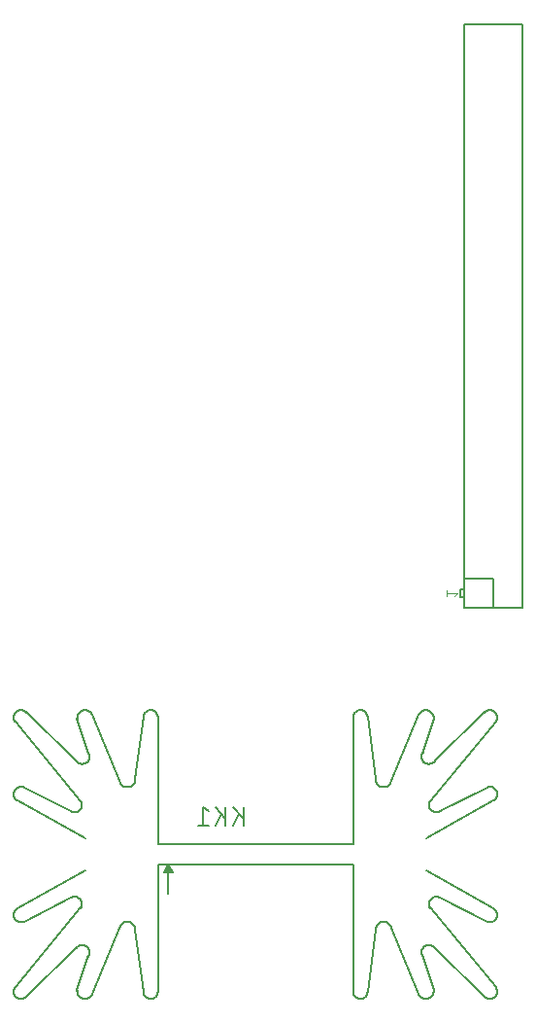
<source format=gbr>
G04 EAGLE Gerber RS-274X export*
G75*
%MOMM*%
%FSLAX34Y34*%
%LPD*%
%INSilkscreen Bottom*%
%IPPOS*%
%AMOC8*
5,1,8,0,0,1.08239X$1,22.5*%
G01*
%ADD10C,0.127000*%
%ADD11C,0.101600*%
%ADD12C,0.152400*%
%ADD13C,0.177800*%


D10*
X550400Y350400D02*
X525000Y350400D01*
X499600Y350400D01*
X499600Y359925D01*
X499600Y366275D01*
X499600Y375800D01*
X499600Y858400D01*
X550400Y858400D01*
X550400Y350400D01*
X525000Y350400D02*
X525000Y375800D01*
X499600Y375800D01*
X499600Y359925D02*
X496425Y359925D01*
X496425Y366275D01*
X499600Y366275D01*
D11*
X493377Y362973D02*
X491345Y360433D01*
X493377Y362973D02*
X484233Y362973D01*
X484233Y360433D02*
X484233Y365513D01*
D12*
X415290Y16510D02*
X415288Y16352D01*
X415282Y16193D01*
X415272Y16035D01*
X415258Y15878D01*
X415241Y15720D01*
X415219Y15564D01*
X415194Y15407D01*
X415164Y15252D01*
X415131Y15097D01*
X415094Y14943D01*
X415053Y14790D01*
X415008Y14638D01*
X414959Y14488D01*
X414907Y14338D01*
X414851Y14190D01*
X414791Y14043D01*
X414728Y13898D01*
X414661Y13755D01*
X414591Y13613D01*
X414517Y13473D01*
X414439Y13335D01*
X414358Y13199D01*
X414274Y13065D01*
X414187Y12933D01*
X414096Y12803D01*
X414002Y12676D01*
X413905Y12551D01*
X413804Y12428D01*
X413701Y12308D01*
X413595Y12191D01*
X413486Y12076D01*
X413374Y11964D01*
X413259Y11855D01*
X413142Y11749D01*
X413022Y11646D01*
X412899Y11545D01*
X412774Y11448D01*
X412647Y11354D01*
X412517Y11263D01*
X412385Y11176D01*
X412251Y11092D01*
X412115Y11011D01*
X411977Y10933D01*
X411837Y10859D01*
X411695Y10789D01*
X411552Y10722D01*
X411407Y10659D01*
X411260Y10599D01*
X411112Y10543D01*
X410962Y10491D01*
X410812Y10442D01*
X410660Y10397D01*
X410507Y10356D01*
X410353Y10319D01*
X410198Y10286D01*
X410043Y10256D01*
X409886Y10231D01*
X409730Y10209D01*
X409572Y10192D01*
X409415Y10178D01*
X409257Y10168D01*
X409098Y10162D01*
X408940Y10160D01*
X408782Y10162D01*
X408623Y10168D01*
X408465Y10178D01*
X408308Y10192D01*
X408150Y10209D01*
X407994Y10231D01*
X407837Y10256D01*
X407682Y10286D01*
X407527Y10319D01*
X407373Y10356D01*
X407220Y10397D01*
X407068Y10442D01*
X406918Y10491D01*
X406768Y10543D01*
X406620Y10599D01*
X406473Y10659D01*
X406328Y10722D01*
X406185Y10789D01*
X406043Y10859D01*
X405903Y10933D01*
X405765Y11011D01*
X405629Y11092D01*
X405495Y11176D01*
X405363Y11263D01*
X405233Y11354D01*
X405106Y11448D01*
X404981Y11545D01*
X404858Y11646D01*
X404738Y11749D01*
X404621Y11855D01*
X404506Y11964D01*
X404394Y12076D01*
X404285Y12191D01*
X404179Y12308D01*
X404076Y12428D01*
X403975Y12551D01*
X403878Y12676D01*
X403784Y12803D01*
X403693Y12933D01*
X403606Y13065D01*
X403522Y13199D01*
X403441Y13335D01*
X403363Y13473D01*
X403289Y13613D01*
X403219Y13755D01*
X403152Y13898D01*
X403089Y14043D01*
X403029Y14190D01*
X402973Y14338D01*
X402921Y14488D01*
X402872Y14638D01*
X402827Y14790D01*
X402786Y14943D01*
X402749Y15097D01*
X402716Y15252D01*
X402686Y15407D01*
X402661Y15564D01*
X402639Y15720D01*
X402622Y15878D01*
X402608Y16035D01*
X402598Y16193D01*
X402592Y16352D01*
X402590Y16510D01*
X516890Y12700D02*
X516987Y12575D01*
X517086Y12452D01*
X517189Y12331D01*
X517295Y12213D01*
X517403Y12098D01*
X517515Y11985D01*
X517629Y11876D01*
X517746Y11769D01*
X517865Y11665D01*
X517987Y11564D01*
X518112Y11467D01*
X518239Y11372D01*
X518368Y11280D01*
X518499Y11192D01*
X518633Y11107D01*
X518769Y11026D01*
X518907Y10948D01*
X519046Y10873D01*
X519188Y10802D01*
X519331Y10734D01*
X519476Y10670D01*
X519622Y10610D01*
X519770Y10553D01*
X519919Y10500D01*
X520069Y10451D01*
X520221Y10406D01*
X520374Y10364D01*
X520528Y10326D01*
X520682Y10292D01*
X520838Y10262D01*
X520994Y10236D01*
X521150Y10213D01*
X521308Y10195D01*
X521465Y10180D01*
X521623Y10169D01*
X521781Y10163D01*
X521940Y10160D01*
X522098Y10161D01*
X522256Y10166D01*
X522414Y10176D01*
X522572Y10189D01*
X522730Y10206D01*
X522886Y10226D01*
X523043Y10251D01*
X523199Y10280D01*
X523353Y10313D01*
X523508Y10349D01*
X523661Y10389D01*
X523813Y10433D01*
X523964Y10481D01*
X524113Y10533D01*
X524262Y10588D01*
X524409Y10647D01*
X524554Y10710D01*
X524698Y10776D01*
X524840Y10846D01*
X524980Y10919D01*
X525119Y10996D01*
X525255Y11076D01*
X525390Y11159D01*
X525522Y11246D01*
X525652Y11337D01*
X525780Y11430D01*
X525905Y11527D01*
X526028Y11626D01*
X526149Y11729D01*
X526267Y11835D01*
X526382Y11943D01*
X526495Y12055D01*
X526604Y12169D01*
X526711Y12286D01*
X526815Y12405D01*
X526916Y12527D01*
X527013Y12652D01*
X527108Y12779D01*
X527200Y12908D01*
X527288Y13039D01*
X527373Y13173D01*
X527454Y13309D01*
X527532Y13447D01*
X527607Y13586D01*
X527678Y13728D01*
X527746Y13871D01*
X527810Y14016D01*
X527870Y14162D01*
X527927Y14310D01*
X527980Y14459D01*
X528029Y14609D01*
X528074Y14761D01*
X528116Y14914D01*
X528154Y15068D01*
X528188Y15222D01*
X528218Y15378D01*
X528244Y15534D01*
X528267Y15690D01*
X528285Y15848D01*
X528300Y16005D01*
X528311Y16163D01*
X528317Y16321D01*
X528320Y16480D01*
X528319Y16638D01*
X528314Y16796D01*
X528304Y16954D01*
X528291Y17112D01*
X528274Y17270D01*
X528254Y17426D01*
X528229Y17583D01*
X528200Y17739D01*
X528167Y17893D01*
X528131Y18048D01*
X528091Y18201D01*
X528047Y18353D01*
X527999Y18504D01*
X527947Y18653D01*
X527892Y18802D01*
X527833Y18949D01*
X527770Y19094D01*
X527704Y19238D01*
X527634Y19380D01*
X527561Y19520D01*
X527484Y19659D01*
X527404Y19795D01*
X527321Y19930D01*
X527234Y20062D01*
X527143Y20192D01*
X527050Y20320D01*
X472834Y18142D02*
X472859Y17977D01*
X472881Y17812D01*
X472898Y17646D01*
X472911Y17480D01*
X472921Y17313D01*
X472926Y17147D01*
X472927Y16980D01*
X472924Y16813D01*
X472917Y16647D01*
X472906Y16480D01*
X472891Y16314D01*
X472872Y16149D01*
X472848Y15983D01*
X472821Y15819D01*
X472790Y15655D01*
X472755Y15492D01*
X472715Y15330D01*
X472672Y15169D01*
X472625Y15009D01*
X472574Y14850D01*
X472520Y14693D01*
X472461Y14537D01*
X472399Y14382D01*
X472332Y14229D01*
X472263Y14078D01*
X472189Y13928D01*
X472112Y13780D01*
X472031Y13634D01*
X471947Y13490D01*
X471859Y13349D01*
X471768Y13209D01*
X471673Y13072D01*
X471575Y12937D01*
X471474Y12804D01*
X471370Y12674D01*
X471263Y12547D01*
X471152Y12422D01*
X471038Y12300D01*
X470922Y12180D01*
X470802Y12064D01*
X470680Y11951D01*
X470555Y11840D01*
X470428Y11733D01*
X470298Y11629D01*
X470165Y11528D01*
X470030Y11430D01*
X469893Y11335D01*
X469753Y11244D01*
X469611Y11157D01*
X469467Y11073D01*
X469321Y10992D01*
X469173Y10915D01*
X469023Y10842D01*
X468872Y10772D01*
X468719Y10706D01*
X468564Y10644D01*
X468408Y10585D01*
X468250Y10531D01*
X468092Y10480D01*
X467932Y10433D01*
X467771Y10390D01*
X467608Y10351D01*
X467445Y10316D01*
X467282Y10285D01*
X467117Y10258D01*
X466952Y10235D01*
X466786Y10216D01*
X466620Y10201D01*
X466454Y10190D01*
X466287Y10183D01*
X466121Y10180D01*
X465954Y10181D01*
X465787Y10187D01*
X465621Y10196D01*
X465454Y10210D01*
X465289Y10227D01*
X465123Y10249D01*
X464959Y10274D01*
X464794Y10304D01*
X464631Y10337D01*
X464469Y10375D01*
X464307Y10416D01*
X464147Y10462D01*
X463987Y10511D01*
X463829Y10564D01*
X463673Y10621D01*
X463518Y10682D01*
X463364Y10747D01*
X463212Y10815D01*
X463061Y10887D01*
X462913Y10962D01*
X462766Y11042D01*
X462621Y11125D01*
X462479Y11211D01*
X462338Y11301D01*
X462200Y11394D01*
X462064Y11490D01*
X461930Y11590D01*
X461799Y11693D01*
X461671Y11799D01*
X461545Y11908D01*
X461421Y12021D01*
X461301Y12136D01*
X461183Y12254D01*
X461069Y12375D01*
X460957Y12499D01*
X460848Y12626D01*
X460743Y12755D01*
X460640Y12886D01*
X460541Y13020D01*
X460445Y13157D01*
X460353Y13296D01*
X460264Y13437D01*
X460178Y13580D01*
X460096Y13725D01*
X460018Y13872D01*
X459943Y14021D01*
X459872Y14172D01*
X459804Y14324D01*
X459740Y14478D01*
X519430Y77470D02*
X519577Y77409D01*
X519725Y77351D01*
X519875Y77296D01*
X520026Y77246D01*
X520178Y77199D01*
X520332Y77156D01*
X520486Y77117D01*
X520641Y77082D01*
X520798Y77051D01*
X520955Y77023D01*
X521112Y77000D01*
X521270Y76981D01*
X521429Y76965D01*
X521588Y76953D01*
X521747Y76946D01*
X521906Y76942D01*
X522065Y76943D01*
X522224Y76947D01*
X522383Y76955D01*
X522542Y76968D01*
X522701Y76984D01*
X522859Y77004D01*
X523016Y77028D01*
X523173Y77057D01*
X523329Y77089D01*
X523484Y77124D01*
X523638Y77164D01*
X523791Y77208D01*
X523943Y77255D01*
X524094Y77307D01*
X524244Y77362D01*
X524392Y77420D01*
X524538Y77483D01*
X524683Y77549D01*
X524826Y77618D01*
X524968Y77691D01*
X525107Y77768D01*
X525245Y77848D01*
X525381Y77932D01*
X525514Y78019D01*
X525645Y78109D01*
X525774Y78203D01*
X525901Y78299D01*
X526025Y78399D01*
X526147Y78502D01*
X526265Y78608D01*
X526382Y78717D01*
X526495Y78828D01*
X526606Y78943D01*
X526714Y79060D01*
X526819Y79180D01*
X526920Y79303D01*
X527019Y79428D01*
X527115Y79555D01*
X527207Y79685D01*
X527296Y79817D01*
X527382Y79951D01*
X527464Y80087D01*
X527543Y80226D01*
X527618Y80366D01*
X527690Y80508D01*
X527759Y80652D01*
X527823Y80797D01*
X527884Y80945D01*
X527942Y81093D01*
X527995Y81243D01*
X528045Y81394D01*
X528091Y81547D01*
X528134Y81700D01*
X528172Y81855D01*
X528206Y82010D01*
X528237Y82167D01*
X528264Y82324D01*
X528286Y82481D01*
X528305Y82640D01*
X528320Y82798D01*
X528331Y82957D01*
X528338Y83116D01*
X528341Y83275D01*
X528340Y83435D01*
X528335Y83594D01*
X528326Y83753D01*
X528313Y83912D01*
X528296Y84070D01*
X528275Y84228D01*
X528250Y84385D01*
X528221Y84542D01*
X528189Y84698D01*
X528152Y84853D01*
X528112Y85007D01*
X528067Y85160D01*
X528019Y85312D01*
X527968Y85462D01*
X527912Y85611D01*
X527853Y85759D01*
X527790Y85906D01*
X527723Y86050D01*
X527653Y86193D01*
X527579Y86334D01*
X527502Y86474D01*
X527421Y86611D01*
X527337Y86746D01*
X527249Y86879D01*
X527159Y87010D01*
X527065Y87139D01*
X526967Y87265D01*
X526867Y87388D01*
X526764Y87510D01*
X526657Y87628D01*
X526548Y87744D01*
X526436Y87857D01*
X526321Y87967D01*
X526203Y88074D01*
X526083Y88179D01*
X525960Y88280D01*
X525834Y88378D01*
X525707Y88473D01*
X525576Y88565D01*
X525444Y88654D01*
X525309Y88739D01*
X525173Y88820D01*
X525034Y88899D01*
X524893Y88974D01*
X524751Y89045D01*
X524607Y89113D01*
X402590Y127000D02*
X402590Y16510D01*
X463042Y48006D02*
X472948Y17780D01*
X415290Y16002D02*
X422402Y70104D01*
X478282Y98298D02*
X519430Y77470D01*
X435356Y73660D02*
X459740Y14478D01*
X472948Y55372D02*
X517398Y12192D01*
X527050Y20066D02*
X469900Y89408D01*
X402590Y144780D02*
X232410Y144780D01*
X466090Y121920D02*
X524764Y88900D01*
X435610Y73152D02*
X435546Y73306D01*
X435478Y73459D01*
X435407Y73609D01*
X435332Y73758D01*
X435254Y73905D01*
X435172Y74051D01*
X435086Y74194D01*
X434997Y74335D01*
X434905Y74473D01*
X434809Y74610D01*
X434710Y74744D01*
X434607Y74876D01*
X434502Y75005D01*
X434393Y75131D01*
X434281Y75255D01*
X434167Y75376D01*
X434049Y75494D01*
X433929Y75610D01*
X433805Y75722D01*
X433679Y75831D01*
X433551Y75938D01*
X433420Y76041D01*
X433286Y76140D01*
X433150Y76237D01*
X433012Y76330D01*
X432871Y76420D01*
X432729Y76506D01*
X432584Y76589D01*
X432437Y76668D01*
X432288Y76744D01*
X432138Y76816D01*
X431986Y76884D01*
X431832Y76949D01*
X431677Y77010D01*
X431520Y77067D01*
X431362Y77120D01*
X431203Y77169D01*
X431042Y77215D01*
X430881Y77256D01*
X430718Y77294D01*
X430555Y77327D01*
X430391Y77357D01*
X430226Y77382D01*
X430061Y77404D01*
X429895Y77421D01*
X429729Y77435D01*
X429562Y77444D01*
X429395Y77450D01*
X429229Y77451D01*
X429062Y77448D01*
X428895Y77441D01*
X428729Y77430D01*
X428563Y77415D01*
X428397Y77396D01*
X428232Y77373D01*
X428067Y77346D01*
X427904Y77315D01*
X427741Y77280D01*
X427578Y77241D01*
X427417Y77198D01*
X427257Y77151D01*
X427098Y77100D01*
X426941Y77046D01*
X426785Y76987D01*
X426630Y76925D01*
X426477Y76859D01*
X426325Y76789D01*
X426176Y76716D01*
X426028Y76639D01*
X425882Y76558D01*
X425738Y76474D01*
X425596Y76387D01*
X425456Y76296D01*
X425319Y76201D01*
X425184Y76103D01*
X425051Y76002D01*
X424921Y75898D01*
X424793Y75791D01*
X424668Y75680D01*
X424546Y75567D01*
X424427Y75450D01*
X424310Y75331D01*
X424196Y75209D01*
X424086Y75084D01*
X423978Y74957D01*
X423874Y74827D01*
X423773Y74694D01*
X423675Y74559D01*
X423580Y74422D01*
X423489Y74282D01*
X423401Y74140D01*
X423317Y73996D01*
X423236Y73850D01*
X423159Y73703D01*
X423086Y73553D01*
X423016Y73402D01*
X422950Y73248D01*
X422887Y73094D01*
X422829Y72938D01*
X422774Y72780D01*
X422723Y72621D01*
X422676Y72461D01*
X422633Y72300D01*
X422593Y72138D01*
X422558Y71975D01*
X422527Y71811D01*
X422500Y71647D01*
X422477Y71482D01*
X422457Y71316D01*
X422442Y71150D01*
X422431Y70984D01*
X422424Y70817D01*
X422421Y70650D01*
X422422Y70484D01*
X422427Y70317D01*
X422437Y70150D01*
X422450Y69984D01*
X422467Y69818D01*
X422489Y69653D01*
X422514Y69488D01*
X463550Y46990D02*
X463457Y47118D01*
X463366Y47248D01*
X463279Y47380D01*
X463196Y47515D01*
X463116Y47651D01*
X463039Y47790D01*
X462966Y47930D01*
X462896Y48072D01*
X462830Y48216D01*
X462767Y48361D01*
X462708Y48508D01*
X462653Y48657D01*
X462601Y48806D01*
X462553Y48957D01*
X462509Y49109D01*
X462469Y49262D01*
X462433Y49417D01*
X462400Y49571D01*
X462371Y49727D01*
X462346Y49884D01*
X462326Y50040D01*
X462309Y50198D01*
X462296Y50356D01*
X462286Y50514D01*
X462281Y50672D01*
X462280Y50830D01*
X462283Y50989D01*
X462289Y51147D01*
X462300Y51305D01*
X462315Y51462D01*
X462333Y51620D01*
X462356Y51776D01*
X462382Y51932D01*
X462412Y52088D01*
X462446Y52242D01*
X462484Y52396D01*
X462526Y52549D01*
X462571Y52701D01*
X462620Y52851D01*
X462673Y53000D01*
X462730Y53148D01*
X462790Y53294D01*
X462854Y53439D01*
X462922Y53582D01*
X462993Y53724D01*
X463068Y53863D01*
X463146Y54001D01*
X463227Y54137D01*
X463312Y54271D01*
X463400Y54402D01*
X463492Y54531D01*
X463587Y54658D01*
X463684Y54783D01*
X463785Y54905D01*
X463889Y55024D01*
X463996Y55141D01*
X464105Y55255D01*
X464218Y55367D01*
X464333Y55475D01*
X464451Y55581D01*
X464572Y55684D01*
X464695Y55783D01*
X464820Y55880D01*
X464948Y55973D01*
X465078Y56064D01*
X465210Y56151D01*
X465345Y56234D01*
X465481Y56314D01*
X465620Y56391D01*
X465760Y56464D01*
X465902Y56534D01*
X466046Y56600D01*
X466191Y56663D01*
X466338Y56722D01*
X466487Y56777D01*
X466636Y56829D01*
X466787Y56877D01*
X466939Y56921D01*
X467092Y56961D01*
X467247Y56997D01*
X467401Y57030D01*
X467557Y57059D01*
X467714Y57084D01*
X467870Y57104D01*
X468028Y57121D01*
X468186Y57134D01*
X468344Y57144D01*
X468502Y57149D01*
X468660Y57150D01*
X468819Y57147D01*
X468977Y57141D01*
X469135Y57130D01*
X469292Y57115D01*
X469450Y57097D01*
X469606Y57074D01*
X469762Y57048D01*
X469918Y57018D01*
X470072Y56984D01*
X470226Y56946D01*
X470379Y56904D01*
X470531Y56859D01*
X470681Y56810D01*
X470830Y56757D01*
X470978Y56700D01*
X471124Y56640D01*
X471269Y56576D01*
X471412Y56508D01*
X471554Y56437D01*
X471693Y56362D01*
X471831Y56284D01*
X471967Y56203D01*
X472101Y56118D01*
X472232Y56030D01*
X472361Y55938D01*
X472488Y55843D01*
X472613Y55746D01*
X472735Y55645D01*
X472854Y55541D01*
X472971Y55434D01*
X473085Y55325D01*
X473197Y55212D01*
X473305Y55097D01*
X473411Y54979D01*
X473514Y54858D01*
X473613Y54735D01*
X473710Y54610D01*
X469900Y89154D02*
X469813Y89287D01*
X469730Y89423D01*
X469650Y89561D01*
X469573Y89700D01*
X469500Y89842D01*
X469431Y89985D01*
X469365Y90130D01*
X469303Y90277D01*
X469244Y90425D01*
X469189Y90574D01*
X469138Y90725D01*
X469090Y90877D01*
X469047Y91030D01*
X469007Y91185D01*
X468971Y91340D01*
X468939Y91496D01*
X468911Y91653D01*
X468886Y91810D01*
X468866Y91968D01*
X468850Y92126D01*
X468837Y92285D01*
X468829Y92444D01*
X468824Y92603D01*
X468823Y92762D01*
X468826Y92922D01*
X468834Y93081D01*
X468845Y93240D01*
X468860Y93398D01*
X468879Y93556D01*
X468902Y93714D01*
X468929Y93871D01*
X468960Y94027D01*
X468994Y94183D01*
X469033Y94337D01*
X469075Y94491D01*
X469121Y94643D01*
X469171Y94794D01*
X469225Y94944D01*
X469282Y95093D01*
X469343Y95240D01*
X469408Y95385D01*
X469476Y95529D01*
X469548Y95671D01*
X469623Y95812D01*
X469702Y95950D01*
X469784Y96087D01*
X469870Y96221D01*
X469959Y96353D01*
X470051Y96483D01*
X470146Y96611D01*
X470244Y96736D01*
X470346Y96859D01*
X470450Y96979D01*
X470558Y97096D01*
X470668Y97211D01*
X470781Y97323D01*
X470897Y97432D01*
X471016Y97538D01*
X471137Y97642D01*
X471261Y97742D01*
X471387Y97839D01*
X471516Y97933D01*
X471647Y98024D01*
X471780Y98111D01*
X471915Y98195D01*
X472052Y98276D01*
X472191Y98354D01*
X472332Y98427D01*
X472475Y98498D01*
X472620Y98565D01*
X472766Y98628D01*
X472914Y98687D01*
X473063Y98743D01*
X473214Y98795D01*
X473365Y98843D01*
X473518Y98888D01*
X473672Y98929D01*
X473827Y98966D01*
X473983Y98999D01*
X474139Y99028D01*
X474297Y99053D01*
X474454Y99074D01*
X474613Y99092D01*
X474771Y99105D01*
X474930Y99115D01*
X475090Y99120D01*
X475249Y99122D01*
X475408Y99120D01*
X475567Y99113D01*
X475726Y99103D01*
X475885Y99089D01*
X476043Y99071D01*
X476201Y99049D01*
X476358Y99023D01*
X476514Y98993D01*
X476670Y98959D01*
X476825Y98922D01*
X476978Y98880D01*
X477131Y98835D01*
X477283Y98786D01*
X477433Y98734D01*
X477582Y98677D01*
X477729Y98617D01*
X477875Y98553D01*
X478020Y98486D01*
X478162Y98415D01*
X478303Y98340D01*
X478442Y98263D01*
X478579Y98181D01*
X478714Y98096D01*
X478846Y98008D01*
X232410Y255270D02*
X232408Y255428D01*
X232402Y255587D01*
X232392Y255745D01*
X232378Y255902D01*
X232361Y256060D01*
X232339Y256216D01*
X232314Y256373D01*
X232284Y256528D01*
X232251Y256683D01*
X232214Y256837D01*
X232173Y256990D01*
X232128Y257142D01*
X232079Y257292D01*
X232027Y257442D01*
X231971Y257590D01*
X231911Y257737D01*
X231848Y257882D01*
X231781Y258025D01*
X231711Y258167D01*
X231637Y258307D01*
X231559Y258445D01*
X231478Y258581D01*
X231394Y258715D01*
X231307Y258847D01*
X231216Y258977D01*
X231122Y259104D01*
X231025Y259229D01*
X230924Y259352D01*
X230821Y259472D01*
X230715Y259589D01*
X230606Y259704D01*
X230494Y259816D01*
X230379Y259925D01*
X230262Y260031D01*
X230142Y260134D01*
X230019Y260235D01*
X229894Y260332D01*
X229767Y260426D01*
X229637Y260517D01*
X229505Y260604D01*
X229371Y260688D01*
X229235Y260769D01*
X229097Y260847D01*
X228957Y260921D01*
X228815Y260991D01*
X228672Y261058D01*
X228527Y261121D01*
X228380Y261181D01*
X228232Y261237D01*
X228082Y261289D01*
X227932Y261338D01*
X227780Y261383D01*
X227627Y261424D01*
X227473Y261461D01*
X227318Y261494D01*
X227163Y261524D01*
X227006Y261549D01*
X226850Y261571D01*
X226692Y261588D01*
X226535Y261602D01*
X226377Y261612D01*
X226218Y261618D01*
X226060Y261620D01*
X225902Y261618D01*
X225743Y261612D01*
X225585Y261602D01*
X225428Y261588D01*
X225270Y261571D01*
X225114Y261549D01*
X224957Y261524D01*
X224802Y261494D01*
X224647Y261461D01*
X224493Y261424D01*
X224340Y261383D01*
X224188Y261338D01*
X224038Y261289D01*
X223888Y261237D01*
X223740Y261181D01*
X223593Y261121D01*
X223448Y261058D01*
X223305Y260991D01*
X223163Y260921D01*
X223023Y260847D01*
X222885Y260769D01*
X222749Y260688D01*
X222615Y260604D01*
X222483Y260517D01*
X222353Y260426D01*
X222226Y260332D01*
X222101Y260235D01*
X221978Y260134D01*
X221858Y260031D01*
X221741Y259925D01*
X221626Y259816D01*
X221514Y259704D01*
X221405Y259589D01*
X221299Y259472D01*
X221196Y259352D01*
X221095Y259229D01*
X220998Y259104D01*
X220904Y258977D01*
X220813Y258847D01*
X220726Y258715D01*
X220642Y258581D01*
X220561Y258445D01*
X220483Y258307D01*
X220409Y258167D01*
X220339Y258025D01*
X220272Y257882D01*
X220209Y257737D01*
X220149Y257590D01*
X220093Y257442D01*
X220041Y257292D01*
X219992Y257142D01*
X219947Y256990D01*
X219906Y256837D01*
X219869Y256683D01*
X219836Y256528D01*
X219806Y256373D01*
X219781Y256216D01*
X219759Y256060D01*
X219742Y255902D01*
X219728Y255745D01*
X219718Y255587D01*
X219712Y255428D01*
X219710Y255270D01*
X118110Y259080D02*
X118013Y259205D01*
X117914Y259328D01*
X117811Y259449D01*
X117705Y259567D01*
X117597Y259682D01*
X117485Y259795D01*
X117371Y259904D01*
X117254Y260011D01*
X117135Y260115D01*
X117013Y260216D01*
X116888Y260313D01*
X116761Y260408D01*
X116632Y260500D01*
X116501Y260588D01*
X116367Y260673D01*
X116231Y260754D01*
X116093Y260832D01*
X115954Y260907D01*
X115812Y260978D01*
X115669Y261046D01*
X115524Y261110D01*
X115378Y261170D01*
X115230Y261227D01*
X115081Y261280D01*
X114931Y261329D01*
X114779Y261374D01*
X114626Y261416D01*
X114472Y261454D01*
X114318Y261488D01*
X114162Y261518D01*
X114006Y261544D01*
X113850Y261567D01*
X113692Y261585D01*
X113535Y261600D01*
X113377Y261611D01*
X113219Y261617D01*
X113060Y261620D01*
X112902Y261619D01*
X112744Y261614D01*
X112586Y261604D01*
X112428Y261591D01*
X112270Y261574D01*
X112114Y261554D01*
X111957Y261529D01*
X111801Y261500D01*
X111647Y261467D01*
X111492Y261431D01*
X111339Y261391D01*
X111187Y261347D01*
X111036Y261299D01*
X110887Y261247D01*
X110738Y261192D01*
X110591Y261133D01*
X110446Y261070D01*
X110302Y261004D01*
X110160Y260934D01*
X110020Y260861D01*
X109881Y260784D01*
X109745Y260704D01*
X109610Y260621D01*
X109478Y260534D01*
X109348Y260443D01*
X109220Y260350D01*
X109095Y260253D01*
X108972Y260154D01*
X108851Y260051D01*
X108733Y259945D01*
X108618Y259837D01*
X108505Y259725D01*
X108396Y259611D01*
X108289Y259494D01*
X108185Y259375D01*
X108084Y259253D01*
X107987Y259128D01*
X107892Y259001D01*
X107800Y258872D01*
X107712Y258741D01*
X107627Y258607D01*
X107546Y258471D01*
X107468Y258333D01*
X107393Y258194D01*
X107322Y258052D01*
X107254Y257909D01*
X107190Y257764D01*
X107130Y257618D01*
X107073Y257470D01*
X107020Y257321D01*
X106971Y257171D01*
X106926Y257019D01*
X106884Y256866D01*
X106846Y256712D01*
X106812Y256558D01*
X106782Y256402D01*
X106756Y256246D01*
X106733Y256090D01*
X106715Y255932D01*
X106700Y255775D01*
X106689Y255617D01*
X106683Y255459D01*
X106680Y255300D01*
X106681Y255142D01*
X106686Y254984D01*
X106696Y254826D01*
X106709Y254668D01*
X106726Y254510D01*
X106746Y254354D01*
X106771Y254197D01*
X106800Y254041D01*
X106833Y253887D01*
X106869Y253732D01*
X106909Y253579D01*
X106953Y253427D01*
X107001Y253276D01*
X107053Y253127D01*
X107108Y252978D01*
X107167Y252831D01*
X107230Y252686D01*
X107296Y252542D01*
X107366Y252400D01*
X107439Y252260D01*
X107516Y252121D01*
X107596Y251985D01*
X107679Y251850D01*
X107766Y251718D01*
X107857Y251588D01*
X107950Y251460D01*
X162164Y253638D02*
X162139Y253803D01*
X162117Y253968D01*
X162100Y254134D01*
X162087Y254300D01*
X162077Y254467D01*
X162072Y254634D01*
X162071Y254800D01*
X162074Y254967D01*
X162081Y255134D01*
X162092Y255300D01*
X162107Y255466D01*
X162127Y255632D01*
X162150Y255797D01*
X162177Y255962D01*
X162208Y256126D01*
X162244Y256289D01*
X162283Y256451D01*
X162326Y256612D01*
X162373Y256772D01*
X162424Y256931D01*
X162479Y257088D01*
X162537Y257244D01*
X162600Y257399D01*
X162666Y257552D01*
X162736Y257703D01*
X162809Y257853D01*
X162886Y258001D01*
X162967Y258147D01*
X163052Y258291D01*
X163139Y258433D01*
X163231Y258572D01*
X163325Y258710D01*
X163423Y258845D01*
X163524Y258977D01*
X163629Y259107D01*
X163736Y259235D01*
X163847Y259360D01*
X163960Y259482D01*
X164077Y259601D01*
X164196Y259717D01*
X164318Y259831D01*
X164443Y259941D01*
X164571Y260049D01*
X164701Y260153D01*
X164834Y260254D01*
X164969Y260352D01*
X165106Y260446D01*
X165246Y260537D01*
X165388Y260625D01*
X165532Y260709D01*
X165678Y260790D01*
X165826Y260867D01*
X165976Y260940D01*
X166127Y261010D01*
X166280Y261076D01*
X166435Y261138D01*
X166591Y261197D01*
X166749Y261251D01*
X166908Y261302D01*
X167068Y261349D01*
X167229Y261392D01*
X167391Y261431D01*
X167554Y261466D01*
X167718Y261497D01*
X167883Y261524D01*
X168048Y261547D01*
X168214Y261566D01*
X168380Y261581D01*
X168546Y261592D01*
X168713Y261599D01*
X168879Y261602D01*
X169046Y261601D01*
X169213Y261595D01*
X169379Y261586D01*
X169546Y261572D01*
X169712Y261555D01*
X169877Y261533D01*
X170042Y261508D01*
X170206Y261478D01*
X170369Y261445D01*
X170532Y261407D01*
X170693Y261366D01*
X170854Y261320D01*
X171013Y261271D01*
X171171Y261218D01*
X171328Y261161D01*
X171483Y261100D01*
X171637Y261035D01*
X171789Y260967D01*
X171940Y260895D01*
X172088Y260819D01*
X172235Y260740D01*
X172380Y260657D01*
X172522Y260571D01*
X172663Y260481D01*
X172801Y260388D01*
X172937Y260291D01*
X173071Y260192D01*
X173202Y260089D01*
X173331Y259982D01*
X173457Y259873D01*
X173580Y259761D01*
X173700Y259645D01*
X173818Y259527D01*
X173933Y259406D01*
X174044Y259282D01*
X174153Y259156D01*
X174259Y259027D01*
X174361Y258895D01*
X174460Y258761D01*
X174556Y258624D01*
X174649Y258486D01*
X174738Y258345D01*
X174823Y258202D01*
X174905Y258056D01*
X174984Y257909D01*
X175059Y257760D01*
X175130Y257609D01*
X175198Y257457D01*
X175262Y257303D01*
X115569Y194308D02*
X115422Y194370D01*
X115274Y194428D01*
X115124Y194482D01*
X114973Y194532D01*
X114821Y194579D01*
X114668Y194622D01*
X114513Y194661D01*
X114358Y194696D01*
X114202Y194727D01*
X114045Y194755D01*
X113888Y194778D01*
X113729Y194797D01*
X113571Y194813D01*
X113412Y194825D01*
X113253Y194832D01*
X113094Y194836D01*
X112935Y194835D01*
X112776Y194831D01*
X112617Y194823D01*
X112458Y194810D01*
X112300Y194794D01*
X112142Y194774D01*
X111984Y194750D01*
X111828Y194721D01*
X111672Y194689D01*
X111516Y194654D01*
X111362Y194614D01*
X111209Y194570D01*
X111057Y194523D01*
X110906Y194472D01*
X110757Y194417D01*
X110609Y194358D01*
X110462Y194296D01*
X110318Y194230D01*
X110174Y194160D01*
X110033Y194087D01*
X109893Y194010D01*
X109756Y193930D01*
X109620Y193846D01*
X109487Y193759D01*
X109356Y193669D01*
X109227Y193576D01*
X109100Y193479D01*
X108976Y193379D01*
X108855Y193276D01*
X108736Y193171D01*
X108620Y193062D01*
X108506Y192950D01*
X108395Y192836D01*
X108288Y192718D01*
X108183Y192599D01*
X108081Y192476D01*
X107982Y192351D01*
X107887Y192224D01*
X107795Y192094D01*
X107706Y191962D01*
X107620Y191828D01*
X107538Y191692D01*
X107459Y191553D01*
X107383Y191413D01*
X107311Y191271D01*
X107243Y191127D01*
X107178Y190982D01*
X107117Y190835D01*
X107060Y190686D01*
X107006Y190536D01*
X106957Y190385D01*
X106911Y190232D01*
X106868Y190079D01*
X106830Y189924D01*
X106796Y189769D01*
X106765Y189613D01*
X106738Y189456D01*
X106715Y189298D01*
X106697Y189140D01*
X106682Y188982D01*
X106671Y188823D01*
X106664Y188664D01*
X106661Y188504D01*
X106662Y188345D01*
X106667Y188186D01*
X106676Y188027D01*
X106689Y187868D01*
X106706Y187710D01*
X106727Y187552D01*
X106752Y187395D01*
X106781Y187238D01*
X106813Y187083D01*
X106850Y186928D01*
X106890Y186774D01*
X106934Y186621D01*
X106983Y186469D01*
X107034Y186318D01*
X107090Y186169D01*
X107149Y186021D01*
X107212Y185875D01*
X107279Y185731D01*
X107349Y185588D01*
X107423Y185447D01*
X107500Y185307D01*
X107581Y185170D01*
X107665Y185035D01*
X107752Y184902D01*
X107843Y184771D01*
X107937Y184643D01*
X108034Y184516D01*
X108135Y184393D01*
X108238Y184272D01*
X108344Y184153D01*
X108454Y184037D01*
X108566Y183924D01*
X108681Y183814D01*
X108798Y183707D01*
X108919Y183603D01*
X109042Y183501D01*
X109167Y183403D01*
X109295Y183308D01*
X109425Y183217D01*
X109557Y183128D01*
X109692Y183043D01*
X109828Y182961D01*
X109967Y182883D01*
X110108Y182808D01*
X110250Y182737D01*
X110394Y182669D01*
X232410Y144780D02*
X232410Y255270D01*
X171958Y223774D02*
X162052Y254000D01*
X219710Y255778D02*
X212598Y201676D01*
X156718Y173482D02*
X115570Y194310D01*
X199644Y198120D02*
X175260Y257302D01*
X162052Y216408D02*
X117602Y259588D01*
X107950Y251714D02*
X165100Y182372D01*
X168910Y149860D02*
X110236Y182880D01*
X199390Y198628D02*
X199454Y198474D01*
X199522Y198321D01*
X199593Y198171D01*
X199668Y198022D01*
X199746Y197875D01*
X199828Y197729D01*
X199914Y197586D01*
X200003Y197445D01*
X200095Y197307D01*
X200191Y197170D01*
X200290Y197036D01*
X200393Y196904D01*
X200498Y196775D01*
X200607Y196649D01*
X200719Y196525D01*
X200833Y196404D01*
X200951Y196286D01*
X201071Y196170D01*
X201195Y196058D01*
X201321Y195949D01*
X201449Y195842D01*
X201580Y195739D01*
X201714Y195640D01*
X201850Y195543D01*
X201988Y195450D01*
X202129Y195360D01*
X202271Y195274D01*
X202416Y195191D01*
X202563Y195112D01*
X202712Y195036D01*
X202862Y194964D01*
X203014Y194896D01*
X203168Y194831D01*
X203323Y194770D01*
X203480Y194713D01*
X203638Y194660D01*
X203797Y194611D01*
X203958Y194565D01*
X204119Y194524D01*
X204282Y194486D01*
X204445Y194453D01*
X204609Y194423D01*
X204774Y194398D01*
X204939Y194376D01*
X205105Y194359D01*
X205271Y194345D01*
X205438Y194336D01*
X205605Y194330D01*
X205771Y194329D01*
X205938Y194332D01*
X206105Y194339D01*
X206271Y194350D01*
X206437Y194365D01*
X206603Y194384D01*
X206768Y194407D01*
X206933Y194434D01*
X207096Y194465D01*
X207259Y194500D01*
X207422Y194539D01*
X207583Y194582D01*
X207743Y194629D01*
X207902Y194680D01*
X208059Y194734D01*
X208215Y194793D01*
X208370Y194855D01*
X208523Y194921D01*
X208675Y194991D01*
X208824Y195064D01*
X208972Y195141D01*
X209118Y195222D01*
X209262Y195306D01*
X209404Y195393D01*
X209544Y195484D01*
X209681Y195579D01*
X209816Y195677D01*
X209949Y195778D01*
X210079Y195882D01*
X210207Y195989D01*
X210332Y196100D01*
X210454Y196213D01*
X210573Y196330D01*
X210690Y196449D01*
X210804Y196571D01*
X210914Y196696D01*
X211022Y196823D01*
X211126Y196953D01*
X211227Y197086D01*
X211325Y197221D01*
X211420Y197358D01*
X211511Y197498D01*
X211599Y197640D01*
X211683Y197784D01*
X211764Y197930D01*
X211841Y198077D01*
X211914Y198227D01*
X211984Y198378D01*
X212050Y198532D01*
X212113Y198686D01*
X212171Y198842D01*
X212226Y199000D01*
X212277Y199159D01*
X212324Y199319D01*
X212367Y199480D01*
X212407Y199642D01*
X212442Y199805D01*
X212473Y199969D01*
X212500Y200133D01*
X212523Y200298D01*
X212543Y200464D01*
X212558Y200630D01*
X212569Y200796D01*
X212576Y200963D01*
X212579Y201130D01*
X212578Y201296D01*
X212573Y201463D01*
X212563Y201630D01*
X212550Y201796D01*
X212533Y201962D01*
X212511Y202127D01*
X212486Y202292D01*
X171450Y224790D02*
X171543Y224662D01*
X171634Y224532D01*
X171721Y224400D01*
X171804Y224265D01*
X171884Y224129D01*
X171961Y223990D01*
X172034Y223850D01*
X172104Y223708D01*
X172170Y223564D01*
X172233Y223419D01*
X172292Y223272D01*
X172347Y223123D01*
X172399Y222974D01*
X172447Y222823D01*
X172491Y222671D01*
X172531Y222518D01*
X172567Y222363D01*
X172600Y222209D01*
X172629Y222053D01*
X172654Y221896D01*
X172674Y221740D01*
X172691Y221582D01*
X172704Y221424D01*
X172714Y221266D01*
X172719Y221108D01*
X172720Y220950D01*
X172717Y220791D01*
X172711Y220633D01*
X172700Y220475D01*
X172685Y220318D01*
X172667Y220160D01*
X172644Y220004D01*
X172618Y219848D01*
X172588Y219692D01*
X172554Y219538D01*
X172516Y219384D01*
X172474Y219231D01*
X172429Y219079D01*
X172380Y218929D01*
X172327Y218780D01*
X172270Y218632D01*
X172210Y218486D01*
X172146Y218341D01*
X172078Y218198D01*
X172007Y218056D01*
X171932Y217917D01*
X171854Y217779D01*
X171773Y217643D01*
X171688Y217509D01*
X171600Y217378D01*
X171508Y217249D01*
X171413Y217122D01*
X171316Y216997D01*
X171215Y216875D01*
X171111Y216756D01*
X171004Y216639D01*
X170895Y216525D01*
X170782Y216413D01*
X170667Y216305D01*
X170549Y216199D01*
X170428Y216096D01*
X170305Y215997D01*
X170180Y215900D01*
X170052Y215807D01*
X169922Y215716D01*
X169790Y215629D01*
X169655Y215546D01*
X169519Y215466D01*
X169380Y215389D01*
X169240Y215316D01*
X169098Y215246D01*
X168954Y215180D01*
X168809Y215117D01*
X168662Y215058D01*
X168513Y215003D01*
X168364Y214951D01*
X168213Y214903D01*
X168061Y214859D01*
X167908Y214819D01*
X167753Y214783D01*
X167599Y214750D01*
X167443Y214721D01*
X167286Y214696D01*
X167130Y214676D01*
X166972Y214659D01*
X166814Y214646D01*
X166656Y214636D01*
X166498Y214631D01*
X166340Y214630D01*
X166181Y214633D01*
X166023Y214639D01*
X165865Y214650D01*
X165708Y214665D01*
X165550Y214683D01*
X165394Y214706D01*
X165238Y214732D01*
X165082Y214762D01*
X164928Y214796D01*
X164774Y214834D01*
X164621Y214876D01*
X164469Y214921D01*
X164319Y214970D01*
X164170Y215023D01*
X164022Y215080D01*
X163876Y215140D01*
X163731Y215204D01*
X163588Y215272D01*
X163446Y215343D01*
X163307Y215418D01*
X163169Y215496D01*
X163033Y215577D01*
X162899Y215662D01*
X162768Y215750D01*
X162639Y215842D01*
X162512Y215937D01*
X162387Y216034D01*
X162265Y216135D01*
X162146Y216239D01*
X162029Y216346D01*
X161915Y216455D01*
X161803Y216568D01*
X161695Y216683D01*
X161589Y216801D01*
X161486Y216922D01*
X161387Y217045D01*
X161290Y217170D01*
X165099Y182625D02*
X165186Y182491D01*
X165269Y182356D01*
X165349Y182218D01*
X165425Y182078D01*
X165498Y181937D01*
X165568Y181794D01*
X165633Y181649D01*
X165696Y181502D01*
X165754Y181354D01*
X165809Y181205D01*
X165860Y181054D01*
X165908Y180902D01*
X165951Y180749D01*
X165991Y180595D01*
X166027Y180440D01*
X166059Y180284D01*
X166087Y180127D01*
X166112Y179970D01*
X166132Y179812D01*
X166148Y179653D01*
X166161Y179495D01*
X166169Y179336D01*
X166174Y179177D01*
X166175Y179017D01*
X166171Y178858D01*
X166164Y178699D01*
X166153Y178540D01*
X166138Y178382D01*
X166119Y178224D01*
X166096Y178066D01*
X166069Y177909D01*
X166038Y177753D01*
X166004Y177598D01*
X165965Y177443D01*
X165923Y177290D01*
X165877Y177137D01*
X165827Y176986D01*
X165773Y176836D01*
X165716Y176688D01*
X165655Y176541D01*
X165590Y176395D01*
X165522Y176251D01*
X165450Y176109D01*
X165375Y175969D01*
X165296Y175831D01*
X165214Y175694D01*
X165129Y175560D01*
X165040Y175428D01*
X164948Y175298D01*
X164852Y175171D01*
X164754Y175045D01*
X164653Y174923D01*
X164548Y174803D01*
X164441Y174685D01*
X164330Y174570D01*
X164217Y174458D01*
X164101Y174349D01*
X163983Y174243D01*
X163861Y174140D01*
X163738Y174040D01*
X163612Y173942D01*
X163483Y173849D01*
X163352Y173758D01*
X163219Y173670D01*
X163084Y173586D01*
X162947Y173506D01*
X162808Y173428D01*
X162667Y173354D01*
X162524Y173284D01*
X162379Y173217D01*
X162233Y173154D01*
X162085Y173095D01*
X161936Y173039D01*
X161786Y172987D01*
X161634Y172939D01*
X161481Y172894D01*
X161327Y172853D01*
X161173Y172816D01*
X161017Y172783D01*
X160860Y172754D01*
X160703Y172729D01*
X160545Y172708D01*
X160387Y172690D01*
X160229Y172677D01*
X160070Y172667D01*
X159911Y172662D01*
X159751Y172660D01*
X159592Y172662D01*
X159433Y172669D01*
X159274Y172679D01*
X159116Y172693D01*
X158957Y172711D01*
X158800Y172733D01*
X158643Y172759D01*
X158486Y172789D01*
X158331Y172823D01*
X158176Y172860D01*
X158022Y172901D01*
X157870Y172947D01*
X157718Y172996D01*
X157568Y173048D01*
X157419Y173105D01*
X157272Y173165D01*
X157126Y173229D01*
X156982Y173296D01*
X156839Y173367D01*
X156698Y173441D01*
X156559Y173519D01*
X156423Y173600D01*
X156288Y173685D01*
X156155Y173773D01*
X402590Y255270D02*
X402592Y255428D01*
X402598Y255587D01*
X402608Y255745D01*
X402622Y255902D01*
X402639Y256060D01*
X402661Y256216D01*
X402686Y256373D01*
X402716Y256528D01*
X402749Y256683D01*
X402786Y256837D01*
X402827Y256990D01*
X402872Y257142D01*
X402921Y257292D01*
X402973Y257442D01*
X403029Y257590D01*
X403089Y257737D01*
X403152Y257882D01*
X403219Y258025D01*
X403289Y258167D01*
X403363Y258307D01*
X403441Y258445D01*
X403522Y258581D01*
X403606Y258715D01*
X403693Y258847D01*
X403784Y258977D01*
X403878Y259104D01*
X403975Y259229D01*
X404076Y259352D01*
X404179Y259472D01*
X404285Y259589D01*
X404394Y259704D01*
X404506Y259816D01*
X404621Y259925D01*
X404738Y260031D01*
X404858Y260134D01*
X404981Y260235D01*
X405106Y260332D01*
X405233Y260426D01*
X405363Y260517D01*
X405495Y260604D01*
X405629Y260688D01*
X405765Y260769D01*
X405903Y260847D01*
X406043Y260921D01*
X406185Y260991D01*
X406328Y261058D01*
X406473Y261121D01*
X406620Y261181D01*
X406768Y261237D01*
X406918Y261289D01*
X407068Y261338D01*
X407220Y261383D01*
X407373Y261424D01*
X407527Y261461D01*
X407682Y261494D01*
X407837Y261524D01*
X407994Y261549D01*
X408150Y261571D01*
X408308Y261588D01*
X408465Y261602D01*
X408623Y261612D01*
X408782Y261618D01*
X408940Y261620D01*
X409098Y261618D01*
X409257Y261612D01*
X409415Y261602D01*
X409572Y261588D01*
X409730Y261571D01*
X409886Y261549D01*
X410043Y261524D01*
X410198Y261494D01*
X410353Y261461D01*
X410507Y261424D01*
X410660Y261383D01*
X410812Y261338D01*
X410962Y261289D01*
X411112Y261237D01*
X411260Y261181D01*
X411407Y261121D01*
X411552Y261058D01*
X411695Y260991D01*
X411837Y260921D01*
X411977Y260847D01*
X412115Y260769D01*
X412251Y260688D01*
X412385Y260604D01*
X412517Y260517D01*
X412647Y260426D01*
X412774Y260332D01*
X412899Y260235D01*
X413022Y260134D01*
X413142Y260031D01*
X413259Y259925D01*
X413374Y259816D01*
X413486Y259704D01*
X413595Y259589D01*
X413701Y259472D01*
X413804Y259352D01*
X413905Y259229D01*
X414002Y259104D01*
X414096Y258977D01*
X414187Y258847D01*
X414274Y258715D01*
X414358Y258581D01*
X414439Y258445D01*
X414517Y258307D01*
X414591Y258167D01*
X414661Y258025D01*
X414728Y257882D01*
X414791Y257737D01*
X414851Y257590D01*
X414907Y257442D01*
X414959Y257292D01*
X415008Y257142D01*
X415053Y256990D01*
X415094Y256837D01*
X415131Y256683D01*
X415164Y256528D01*
X415194Y256373D01*
X415219Y256216D01*
X415241Y256060D01*
X415258Y255902D01*
X415272Y255745D01*
X415282Y255587D01*
X415288Y255428D01*
X415290Y255270D01*
X516890Y259080D02*
X516987Y259205D01*
X517086Y259328D01*
X517189Y259449D01*
X517295Y259567D01*
X517403Y259682D01*
X517515Y259795D01*
X517629Y259904D01*
X517746Y260011D01*
X517865Y260115D01*
X517987Y260216D01*
X518112Y260313D01*
X518239Y260408D01*
X518368Y260500D01*
X518499Y260588D01*
X518633Y260673D01*
X518769Y260754D01*
X518907Y260832D01*
X519046Y260907D01*
X519188Y260978D01*
X519331Y261046D01*
X519476Y261110D01*
X519622Y261170D01*
X519770Y261227D01*
X519919Y261280D01*
X520069Y261329D01*
X520221Y261374D01*
X520374Y261416D01*
X520528Y261454D01*
X520682Y261488D01*
X520838Y261518D01*
X520994Y261544D01*
X521150Y261567D01*
X521308Y261585D01*
X521465Y261600D01*
X521623Y261611D01*
X521781Y261617D01*
X521940Y261620D01*
X522098Y261619D01*
X522256Y261614D01*
X522414Y261604D01*
X522572Y261591D01*
X522730Y261574D01*
X522886Y261554D01*
X523043Y261529D01*
X523199Y261500D01*
X523353Y261467D01*
X523508Y261431D01*
X523661Y261391D01*
X523813Y261347D01*
X523964Y261299D01*
X524113Y261247D01*
X524262Y261192D01*
X524409Y261133D01*
X524554Y261070D01*
X524698Y261004D01*
X524840Y260934D01*
X524980Y260861D01*
X525119Y260784D01*
X525255Y260704D01*
X525390Y260621D01*
X525522Y260534D01*
X525652Y260443D01*
X525780Y260350D01*
X525905Y260253D01*
X526028Y260154D01*
X526149Y260051D01*
X526267Y259945D01*
X526382Y259837D01*
X526495Y259725D01*
X526604Y259611D01*
X526711Y259494D01*
X526815Y259375D01*
X526916Y259253D01*
X527013Y259128D01*
X527108Y259001D01*
X527200Y258872D01*
X527288Y258741D01*
X527373Y258607D01*
X527454Y258471D01*
X527532Y258333D01*
X527607Y258194D01*
X527678Y258052D01*
X527746Y257909D01*
X527810Y257764D01*
X527870Y257618D01*
X527927Y257470D01*
X527980Y257321D01*
X528029Y257171D01*
X528074Y257019D01*
X528116Y256866D01*
X528154Y256712D01*
X528188Y256558D01*
X528218Y256402D01*
X528244Y256246D01*
X528267Y256090D01*
X528285Y255932D01*
X528300Y255775D01*
X528311Y255617D01*
X528317Y255459D01*
X528320Y255300D01*
X528319Y255142D01*
X528314Y254984D01*
X528304Y254826D01*
X528291Y254668D01*
X528274Y254510D01*
X528254Y254354D01*
X528229Y254197D01*
X528200Y254041D01*
X528167Y253887D01*
X528131Y253732D01*
X528091Y253579D01*
X528047Y253427D01*
X527999Y253276D01*
X527947Y253127D01*
X527892Y252978D01*
X527833Y252831D01*
X527770Y252686D01*
X527704Y252542D01*
X527634Y252400D01*
X527561Y252260D01*
X527484Y252121D01*
X527404Y251985D01*
X527321Y251850D01*
X527234Y251718D01*
X527143Y251588D01*
X527050Y251460D01*
X472834Y253638D02*
X472859Y253803D01*
X472881Y253968D01*
X472898Y254134D01*
X472911Y254300D01*
X472921Y254467D01*
X472926Y254633D01*
X472927Y254800D01*
X472924Y254967D01*
X472917Y255133D01*
X472906Y255300D01*
X472891Y255466D01*
X472872Y255631D01*
X472848Y255797D01*
X472821Y255961D01*
X472790Y256125D01*
X472755Y256288D01*
X472715Y256450D01*
X472672Y256611D01*
X472625Y256771D01*
X472574Y256930D01*
X472520Y257087D01*
X472461Y257243D01*
X472399Y257398D01*
X472332Y257551D01*
X472263Y257702D01*
X472189Y257852D01*
X472112Y258000D01*
X472031Y258146D01*
X471947Y258290D01*
X471859Y258431D01*
X471768Y258571D01*
X471673Y258708D01*
X471575Y258843D01*
X471474Y258976D01*
X471370Y259106D01*
X471263Y259233D01*
X471152Y259358D01*
X471038Y259480D01*
X470922Y259600D01*
X470802Y259716D01*
X470680Y259829D01*
X470555Y259940D01*
X470428Y260047D01*
X470298Y260151D01*
X470165Y260252D01*
X470030Y260350D01*
X469893Y260445D01*
X469753Y260536D01*
X469611Y260623D01*
X469467Y260707D01*
X469321Y260788D01*
X469173Y260865D01*
X469023Y260938D01*
X468872Y261008D01*
X468719Y261074D01*
X468564Y261136D01*
X468408Y261195D01*
X468250Y261249D01*
X468092Y261300D01*
X467932Y261347D01*
X467771Y261390D01*
X467608Y261429D01*
X467445Y261464D01*
X467282Y261495D01*
X467117Y261522D01*
X466952Y261545D01*
X466786Y261564D01*
X466620Y261579D01*
X466454Y261590D01*
X466287Y261597D01*
X466121Y261600D01*
X465954Y261599D01*
X465787Y261593D01*
X465621Y261584D01*
X465454Y261570D01*
X465289Y261553D01*
X465123Y261531D01*
X464959Y261506D01*
X464794Y261476D01*
X464631Y261443D01*
X464469Y261405D01*
X464307Y261364D01*
X464147Y261318D01*
X463987Y261269D01*
X463829Y261216D01*
X463673Y261159D01*
X463518Y261098D01*
X463364Y261033D01*
X463212Y260965D01*
X463061Y260893D01*
X462913Y260818D01*
X462766Y260738D01*
X462621Y260655D01*
X462479Y260569D01*
X462338Y260479D01*
X462200Y260386D01*
X462064Y260290D01*
X461930Y260190D01*
X461799Y260087D01*
X461671Y259981D01*
X461545Y259872D01*
X461421Y259759D01*
X461301Y259644D01*
X461183Y259526D01*
X461069Y259405D01*
X460957Y259281D01*
X460848Y259154D01*
X460743Y259025D01*
X460640Y258894D01*
X460541Y258760D01*
X460445Y258623D01*
X460353Y258484D01*
X460264Y258343D01*
X460178Y258200D01*
X460096Y258055D01*
X460018Y257908D01*
X459943Y257759D01*
X459872Y257608D01*
X459804Y257456D01*
X459740Y257302D01*
X519430Y194310D02*
X519577Y194371D01*
X519725Y194429D01*
X519875Y194484D01*
X520026Y194534D01*
X520178Y194581D01*
X520332Y194624D01*
X520486Y194663D01*
X520641Y194698D01*
X520798Y194729D01*
X520955Y194757D01*
X521112Y194780D01*
X521270Y194799D01*
X521429Y194815D01*
X521588Y194827D01*
X521747Y194834D01*
X521906Y194838D01*
X522065Y194837D01*
X522224Y194833D01*
X522383Y194825D01*
X522542Y194812D01*
X522701Y194796D01*
X522859Y194776D01*
X523016Y194752D01*
X523173Y194723D01*
X523329Y194691D01*
X523484Y194656D01*
X523638Y194616D01*
X523791Y194572D01*
X523943Y194525D01*
X524094Y194473D01*
X524244Y194418D01*
X524392Y194360D01*
X524538Y194297D01*
X524683Y194231D01*
X524826Y194162D01*
X524968Y194089D01*
X525107Y194012D01*
X525245Y193932D01*
X525381Y193848D01*
X525514Y193761D01*
X525645Y193671D01*
X525774Y193577D01*
X525901Y193481D01*
X526025Y193381D01*
X526147Y193278D01*
X526265Y193172D01*
X526382Y193063D01*
X526495Y192952D01*
X526606Y192837D01*
X526714Y192720D01*
X526819Y192600D01*
X526920Y192477D01*
X527019Y192352D01*
X527115Y192225D01*
X527207Y192095D01*
X527296Y191963D01*
X527382Y191829D01*
X527464Y191693D01*
X527543Y191554D01*
X527618Y191414D01*
X527690Y191272D01*
X527759Y191128D01*
X527823Y190983D01*
X527884Y190835D01*
X527942Y190687D01*
X527995Y190537D01*
X528045Y190386D01*
X528091Y190233D01*
X528134Y190080D01*
X528172Y189925D01*
X528206Y189770D01*
X528237Y189613D01*
X528264Y189456D01*
X528286Y189299D01*
X528305Y189140D01*
X528320Y188982D01*
X528331Y188823D01*
X528338Y188664D01*
X528341Y188505D01*
X528340Y188345D01*
X528335Y188186D01*
X528326Y188027D01*
X528313Y187868D01*
X528296Y187710D01*
X528275Y187552D01*
X528250Y187395D01*
X528221Y187238D01*
X528189Y187082D01*
X528152Y186927D01*
X528112Y186773D01*
X528067Y186620D01*
X528019Y186468D01*
X527968Y186318D01*
X527912Y186169D01*
X527853Y186021D01*
X527790Y185874D01*
X527723Y185730D01*
X527653Y185587D01*
X527579Y185446D01*
X527502Y185306D01*
X527421Y185169D01*
X527337Y185034D01*
X527249Y184901D01*
X527159Y184770D01*
X527065Y184641D01*
X526967Y184515D01*
X526867Y184392D01*
X526764Y184270D01*
X526657Y184152D01*
X526548Y184036D01*
X526436Y183923D01*
X526321Y183813D01*
X526203Y183706D01*
X526083Y183601D01*
X525960Y183500D01*
X525834Y183402D01*
X525707Y183307D01*
X525576Y183215D01*
X525444Y183126D01*
X525309Y183041D01*
X525173Y182960D01*
X525034Y182881D01*
X524893Y182806D01*
X524751Y182735D01*
X524607Y182667D01*
X402590Y144780D02*
X402590Y255270D01*
X463042Y223774D02*
X472948Y254000D01*
X415290Y255778D02*
X422402Y201676D01*
X478282Y173482D02*
X519430Y194310D01*
X435356Y198120D02*
X459740Y257302D01*
X472948Y216408D02*
X517398Y259588D01*
X527050Y251714D02*
X469900Y182372D01*
X466090Y149860D02*
X524764Y182880D01*
X435610Y198628D02*
X435546Y198474D01*
X435478Y198321D01*
X435407Y198171D01*
X435332Y198022D01*
X435254Y197875D01*
X435172Y197729D01*
X435086Y197586D01*
X434997Y197445D01*
X434905Y197307D01*
X434809Y197170D01*
X434710Y197036D01*
X434607Y196904D01*
X434502Y196775D01*
X434393Y196649D01*
X434281Y196525D01*
X434167Y196404D01*
X434049Y196286D01*
X433929Y196170D01*
X433805Y196058D01*
X433679Y195949D01*
X433551Y195842D01*
X433420Y195739D01*
X433286Y195640D01*
X433150Y195543D01*
X433012Y195450D01*
X432871Y195360D01*
X432729Y195274D01*
X432584Y195191D01*
X432437Y195112D01*
X432288Y195036D01*
X432138Y194964D01*
X431986Y194896D01*
X431832Y194831D01*
X431677Y194770D01*
X431520Y194713D01*
X431362Y194660D01*
X431203Y194611D01*
X431042Y194565D01*
X430881Y194524D01*
X430718Y194486D01*
X430555Y194453D01*
X430391Y194423D01*
X430226Y194398D01*
X430061Y194376D01*
X429895Y194359D01*
X429729Y194345D01*
X429562Y194336D01*
X429395Y194330D01*
X429229Y194329D01*
X429062Y194332D01*
X428895Y194339D01*
X428729Y194350D01*
X428563Y194365D01*
X428397Y194384D01*
X428232Y194407D01*
X428067Y194434D01*
X427904Y194465D01*
X427741Y194500D01*
X427578Y194539D01*
X427417Y194582D01*
X427257Y194629D01*
X427098Y194680D01*
X426941Y194734D01*
X426785Y194793D01*
X426630Y194855D01*
X426477Y194921D01*
X426325Y194991D01*
X426176Y195064D01*
X426028Y195141D01*
X425882Y195222D01*
X425738Y195306D01*
X425596Y195393D01*
X425456Y195484D01*
X425319Y195579D01*
X425184Y195677D01*
X425051Y195778D01*
X424921Y195882D01*
X424793Y195989D01*
X424668Y196100D01*
X424546Y196213D01*
X424427Y196330D01*
X424310Y196449D01*
X424196Y196571D01*
X424086Y196696D01*
X423978Y196823D01*
X423874Y196953D01*
X423773Y197086D01*
X423675Y197221D01*
X423580Y197358D01*
X423489Y197498D01*
X423401Y197640D01*
X423317Y197784D01*
X423236Y197930D01*
X423159Y198077D01*
X423086Y198227D01*
X423016Y198378D01*
X422950Y198532D01*
X422887Y198686D01*
X422829Y198842D01*
X422774Y199000D01*
X422723Y199159D01*
X422676Y199319D01*
X422633Y199480D01*
X422593Y199642D01*
X422558Y199805D01*
X422527Y199969D01*
X422500Y200133D01*
X422477Y200298D01*
X422457Y200464D01*
X422442Y200630D01*
X422431Y200796D01*
X422424Y200963D01*
X422421Y201130D01*
X422422Y201296D01*
X422427Y201463D01*
X422437Y201630D01*
X422450Y201796D01*
X422467Y201962D01*
X422489Y202127D01*
X422514Y202292D01*
X463550Y224790D02*
X463457Y224662D01*
X463366Y224532D01*
X463279Y224400D01*
X463196Y224265D01*
X463116Y224129D01*
X463039Y223990D01*
X462966Y223850D01*
X462896Y223708D01*
X462830Y223564D01*
X462767Y223419D01*
X462708Y223272D01*
X462653Y223123D01*
X462601Y222974D01*
X462553Y222823D01*
X462509Y222671D01*
X462469Y222518D01*
X462433Y222363D01*
X462400Y222209D01*
X462371Y222053D01*
X462346Y221896D01*
X462326Y221740D01*
X462309Y221582D01*
X462296Y221424D01*
X462286Y221266D01*
X462281Y221108D01*
X462280Y220950D01*
X462283Y220791D01*
X462289Y220633D01*
X462300Y220475D01*
X462315Y220318D01*
X462333Y220160D01*
X462356Y220004D01*
X462382Y219848D01*
X462412Y219692D01*
X462446Y219538D01*
X462484Y219384D01*
X462526Y219231D01*
X462571Y219079D01*
X462620Y218929D01*
X462673Y218780D01*
X462730Y218632D01*
X462790Y218486D01*
X462854Y218341D01*
X462922Y218198D01*
X462993Y218056D01*
X463068Y217917D01*
X463146Y217779D01*
X463227Y217643D01*
X463312Y217509D01*
X463400Y217378D01*
X463492Y217249D01*
X463587Y217122D01*
X463684Y216997D01*
X463785Y216875D01*
X463889Y216756D01*
X463996Y216639D01*
X464105Y216525D01*
X464218Y216413D01*
X464333Y216305D01*
X464451Y216199D01*
X464572Y216096D01*
X464695Y215997D01*
X464820Y215900D01*
X464948Y215807D01*
X465078Y215716D01*
X465210Y215629D01*
X465345Y215546D01*
X465481Y215466D01*
X465620Y215389D01*
X465760Y215316D01*
X465902Y215246D01*
X466046Y215180D01*
X466191Y215117D01*
X466338Y215058D01*
X466487Y215003D01*
X466636Y214951D01*
X466787Y214903D01*
X466939Y214859D01*
X467092Y214819D01*
X467247Y214783D01*
X467401Y214750D01*
X467557Y214721D01*
X467714Y214696D01*
X467870Y214676D01*
X468028Y214659D01*
X468186Y214646D01*
X468344Y214636D01*
X468502Y214631D01*
X468660Y214630D01*
X468819Y214633D01*
X468977Y214639D01*
X469135Y214650D01*
X469292Y214665D01*
X469450Y214683D01*
X469606Y214706D01*
X469762Y214732D01*
X469918Y214762D01*
X470072Y214796D01*
X470226Y214834D01*
X470379Y214876D01*
X470531Y214921D01*
X470681Y214970D01*
X470830Y215023D01*
X470978Y215080D01*
X471124Y215140D01*
X471269Y215204D01*
X471412Y215272D01*
X471554Y215343D01*
X471693Y215418D01*
X471831Y215496D01*
X471967Y215577D01*
X472101Y215662D01*
X472232Y215750D01*
X472361Y215842D01*
X472488Y215937D01*
X472613Y216034D01*
X472735Y216135D01*
X472854Y216239D01*
X472971Y216346D01*
X473085Y216455D01*
X473197Y216568D01*
X473305Y216683D01*
X473411Y216801D01*
X473514Y216922D01*
X473613Y217045D01*
X473710Y217170D01*
X469900Y182626D02*
X469813Y182493D01*
X469730Y182357D01*
X469650Y182219D01*
X469573Y182079D01*
X469500Y181938D01*
X469431Y181795D01*
X469365Y181650D01*
X469303Y181503D01*
X469244Y181355D01*
X469189Y181206D01*
X469138Y181055D01*
X469091Y180903D01*
X469047Y180750D01*
X469007Y180596D01*
X468971Y180441D01*
X468939Y180285D01*
X468911Y180128D01*
X468887Y179971D01*
X468866Y179813D01*
X468850Y179654D01*
X468837Y179496D01*
X468829Y179337D01*
X468824Y179177D01*
X468823Y179018D01*
X468826Y178859D01*
X468834Y178700D01*
X468845Y178541D01*
X468860Y178383D01*
X468879Y178224D01*
X468902Y178067D01*
X468929Y177910D01*
X468960Y177754D01*
X468994Y177598D01*
X469033Y177444D01*
X469075Y177290D01*
X469121Y177138D01*
X469171Y176987D01*
X469225Y176837D01*
X469282Y176688D01*
X469343Y176541D01*
X469408Y176396D01*
X469476Y176252D01*
X469548Y176110D01*
X469623Y175969D01*
X469702Y175831D01*
X469784Y175695D01*
X469869Y175560D01*
X469958Y175428D01*
X470050Y175298D01*
X470145Y175171D01*
X470244Y175045D01*
X470345Y174923D01*
X470450Y174803D01*
X470557Y174685D01*
X470668Y174570D01*
X470781Y174458D01*
X470897Y174349D01*
X471015Y174243D01*
X471137Y174140D01*
X471260Y174040D01*
X471386Y173942D01*
X471515Y173848D01*
X471646Y173758D01*
X471779Y173670D01*
X471914Y173586D01*
X472051Y173505D01*
X472191Y173428D01*
X472332Y173354D01*
X472474Y173284D01*
X472619Y173217D01*
X472765Y173154D01*
X472913Y173095D01*
X473062Y173039D01*
X473213Y172987D01*
X473364Y172938D01*
X473517Y172894D01*
X473671Y172853D01*
X473826Y172816D01*
X473982Y172783D01*
X474138Y172754D01*
X474295Y172729D01*
X474453Y172708D01*
X474611Y172690D01*
X474770Y172677D01*
X474929Y172667D01*
X475088Y172662D01*
X475247Y172660D01*
X475407Y172662D01*
X475566Y172669D01*
X475725Y172679D01*
X475883Y172693D01*
X476041Y172711D01*
X476199Y172733D01*
X476356Y172759D01*
X476513Y172789D01*
X476668Y172823D01*
X476823Y172860D01*
X476977Y172902D01*
X477129Y172947D01*
X477281Y172996D01*
X477431Y173049D01*
X477580Y173105D01*
X477727Y173165D01*
X477873Y173229D01*
X478018Y173296D01*
X478160Y173367D01*
X478301Y173442D01*
X478440Y173520D01*
X478577Y173601D01*
X478711Y173686D01*
X478844Y173774D01*
X232410Y16510D02*
X232408Y16352D01*
X232402Y16193D01*
X232392Y16035D01*
X232378Y15878D01*
X232361Y15720D01*
X232339Y15564D01*
X232314Y15407D01*
X232284Y15252D01*
X232251Y15097D01*
X232214Y14943D01*
X232173Y14790D01*
X232128Y14638D01*
X232079Y14488D01*
X232027Y14338D01*
X231971Y14190D01*
X231911Y14043D01*
X231848Y13898D01*
X231781Y13755D01*
X231711Y13613D01*
X231637Y13473D01*
X231559Y13335D01*
X231478Y13199D01*
X231394Y13065D01*
X231307Y12933D01*
X231216Y12803D01*
X231122Y12676D01*
X231025Y12551D01*
X230924Y12428D01*
X230821Y12308D01*
X230715Y12191D01*
X230606Y12076D01*
X230494Y11964D01*
X230379Y11855D01*
X230262Y11749D01*
X230142Y11646D01*
X230019Y11545D01*
X229894Y11448D01*
X229767Y11354D01*
X229637Y11263D01*
X229505Y11176D01*
X229371Y11092D01*
X229235Y11011D01*
X229097Y10933D01*
X228957Y10859D01*
X228815Y10789D01*
X228672Y10722D01*
X228527Y10659D01*
X228380Y10599D01*
X228232Y10543D01*
X228082Y10491D01*
X227932Y10442D01*
X227780Y10397D01*
X227627Y10356D01*
X227473Y10319D01*
X227318Y10286D01*
X227163Y10256D01*
X227006Y10231D01*
X226850Y10209D01*
X226692Y10192D01*
X226535Y10178D01*
X226377Y10168D01*
X226218Y10162D01*
X226060Y10160D01*
X225902Y10162D01*
X225743Y10168D01*
X225585Y10178D01*
X225428Y10192D01*
X225270Y10209D01*
X225114Y10231D01*
X224957Y10256D01*
X224802Y10286D01*
X224647Y10319D01*
X224493Y10356D01*
X224340Y10397D01*
X224188Y10442D01*
X224038Y10491D01*
X223888Y10543D01*
X223740Y10599D01*
X223593Y10659D01*
X223448Y10722D01*
X223305Y10789D01*
X223163Y10859D01*
X223023Y10933D01*
X222885Y11011D01*
X222749Y11092D01*
X222615Y11176D01*
X222483Y11263D01*
X222353Y11354D01*
X222226Y11448D01*
X222101Y11545D01*
X221978Y11646D01*
X221858Y11749D01*
X221741Y11855D01*
X221626Y11964D01*
X221514Y12076D01*
X221405Y12191D01*
X221299Y12308D01*
X221196Y12428D01*
X221095Y12551D01*
X220998Y12676D01*
X220904Y12803D01*
X220813Y12933D01*
X220726Y13065D01*
X220642Y13199D01*
X220561Y13335D01*
X220483Y13473D01*
X220409Y13613D01*
X220339Y13755D01*
X220272Y13898D01*
X220209Y14043D01*
X220149Y14190D01*
X220093Y14338D01*
X220041Y14488D01*
X219992Y14638D01*
X219947Y14790D01*
X219906Y14943D01*
X219869Y15097D01*
X219836Y15252D01*
X219806Y15407D01*
X219781Y15564D01*
X219759Y15720D01*
X219742Y15878D01*
X219728Y16035D01*
X219718Y16193D01*
X219712Y16352D01*
X219710Y16510D01*
X118110Y12700D02*
X118013Y12575D01*
X117914Y12452D01*
X117811Y12331D01*
X117705Y12213D01*
X117597Y12098D01*
X117485Y11985D01*
X117371Y11876D01*
X117254Y11769D01*
X117135Y11665D01*
X117013Y11564D01*
X116888Y11467D01*
X116761Y11372D01*
X116632Y11280D01*
X116501Y11192D01*
X116367Y11107D01*
X116231Y11026D01*
X116093Y10948D01*
X115954Y10873D01*
X115812Y10802D01*
X115669Y10734D01*
X115524Y10670D01*
X115378Y10610D01*
X115230Y10553D01*
X115081Y10500D01*
X114931Y10451D01*
X114779Y10406D01*
X114626Y10364D01*
X114472Y10326D01*
X114318Y10292D01*
X114162Y10262D01*
X114006Y10236D01*
X113850Y10213D01*
X113692Y10195D01*
X113535Y10180D01*
X113377Y10169D01*
X113219Y10163D01*
X113060Y10160D01*
X112902Y10161D01*
X112744Y10166D01*
X112586Y10176D01*
X112428Y10189D01*
X112270Y10206D01*
X112114Y10226D01*
X111957Y10251D01*
X111801Y10280D01*
X111647Y10313D01*
X111492Y10349D01*
X111339Y10389D01*
X111187Y10433D01*
X111036Y10481D01*
X110887Y10533D01*
X110738Y10588D01*
X110591Y10647D01*
X110446Y10710D01*
X110302Y10776D01*
X110160Y10846D01*
X110020Y10919D01*
X109881Y10996D01*
X109745Y11076D01*
X109610Y11159D01*
X109478Y11246D01*
X109348Y11337D01*
X109220Y11430D01*
X109095Y11527D01*
X108972Y11626D01*
X108851Y11729D01*
X108733Y11835D01*
X108618Y11943D01*
X108505Y12055D01*
X108396Y12169D01*
X108289Y12286D01*
X108185Y12405D01*
X108084Y12527D01*
X107987Y12652D01*
X107892Y12779D01*
X107800Y12908D01*
X107712Y13039D01*
X107627Y13173D01*
X107546Y13309D01*
X107468Y13447D01*
X107393Y13586D01*
X107322Y13728D01*
X107254Y13871D01*
X107190Y14016D01*
X107130Y14162D01*
X107073Y14310D01*
X107020Y14459D01*
X106971Y14609D01*
X106926Y14761D01*
X106884Y14914D01*
X106846Y15068D01*
X106812Y15222D01*
X106782Y15378D01*
X106756Y15534D01*
X106733Y15690D01*
X106715Y15848D01*
X106700Y16005D01*
X106689Y16163D01*
X106683Y16321D01*
X106680Y16480D01*
X106681Y16638D01*
X106686Y16796D01*
X106696Y16954D01*
X106709Y17112D01*
X106726Y17270D01*
X106746Y17426D01*
X106771Y17583D01*
X106800Y17739D01*
X106833Y17893D01*
X106869Y18048D01*
X106909Y18201D01*
X106953Y18353D01*
X107001Y18504D01*
X107053Y18653D01*
X107108Y18802D01*
X107167Y18949D01*
X107230Y19094D01*
X107296Y19238D01*
X107366Y19380D01*
X107439Y19520D01*
X107516Y19659D01*
X107596Y19795D01*
X107679Y19930D01*
X107766Y20062D01*
X107857Y20192D01*
X107950Y20320D01*
X162164Y18142D02*
X162139Y17977D01*
X162117Y17812D01*
X162100Y17646D01*
X162087Y17480D01*
X162077Y17313D01*
X162072Y17146D01*
X162071Y16980D01*
X162074Y16813D01*
X162081Y16646D01*
X162092Y16480D01*
X162107Y16314D01*
X162127Y16148D01*
X162150Y15983D01*
X162177Y15818D01*
X162208Y15654D01*
X162244Y15491D01*
X162283Y15329D01*
X162326Y15168D01*
X162373Y15008D01*
X162424Y14849D01*
X162479Y14692D01*
X162537Y14536D01*
X162600Y14381D01*
X162666Y14228D01*
X162736Y14077D01*
X162809Y13927D01*
X162886Y13779D01*
X162967Y13633D01*
X163052Y13489D01*
X163139Y13347D01*
X163231Y13208D01*
X163325Y13070D01*
X163423Y12935D01*
X163524Y12803D01*
X163629Y12673D01*
X163736Y12545D01*
X163847Y12420D01*
X163960Y12298D01*
X164077Y12179D01*
X164196Y12063D01*
X164318Y11949D01*
X164443Y11839D01*
X164571Y11731D01*
X164701Y11627D01*
X164834Y11526D01*
X164969Y11428D01*
X165106Y11334D01*
X165246Y11243D01*
X165388Y11155D01*
X165532Y11071D01*
X165678Y10990D01*
X165826Y10913D01*
X165976Y10840D01*
X166127Y10770D01*
X166280Y10704D01*
X166435Y10642D01*
X166591Y10583D01*
X166749Y10529D01*
X166908Y10478D01*
X167068Y10431D01*
X167229Y10388D01*
X167391Y10349D01*
X167554Y10314D01*
X167718Y10283D01*
X167883Y10256D01*
X168048Y10233D01*
X168214Y10214D01*
X168380Y10199D01*
X168546Y10188D01*
X168713Y10181D01*
X168879Y10178D01*
X169046Y10179D01*
X169213Y10185D01*
X169379Y10194D01*
X169546Y10208D01*
X169712Y10225D01*
X169877Y10247D01*
X170042Y10272D01*
X170206Y10302D01*
X170369Y10335D01*
X170532Y10373D01*
X170693Y10414D01*
X170854Y10460D01*
X171013Y10509D01*
X171171Y10562D01*
X171328Y10619D01*
X171483Y10680D01*
X171637Y10745D01*
X171789Y10813D01*
X171940Y10885D01*
X172088Y10961D01*
X172235Y11040D01*
X172380Y11123D01*
X172522Y11209D01*
X172663Y11299D01*
X172801Y11392D01*
X172937Y11489D01*
X173071Y11588D01*
X173202Y11691D01*
X173331Y11798D01*
X173457Y11907D01*
X173580Y12019D01*
X173700Y12135D01*
X173818Y12253D01*
X173933Y12374D01*
X174044Y12498D01*
X174153Y12624D01*
X174259Y12753D01*
X174361Y12885D01*
X174460Y13019D01*
X174556Y13156D01*
X174649Y13294D01*
X174738Y13435D01*
X174823Y13578D01*
X174905Y13724D01*
X174984Y13871D01*
X175059Y14020D01*
X175130Y14171D01*
X175198Y14323D01*
X175262Y14477D01*
X115569Y77472D02*
X115422Y77410D01*
X115274Y77352D01*
X115124Y77298D01*
X114973Y77248D01*
X114821Y77201D01*
X114668Y77158D01*
X114513Y77119D01*
X114358Y77084D01*
X114202Y77053D01*
X114045Y77025D01*
X113888Y77002D01*
X113729Y76983D01*
X113571Y76967D01*
X113412Y76955D01*
X113253Y76948D01*
X113094Y76944D01*
X112935Y76945D01*
X112776Y76949D01*
X112617Y76957D01*
X112458Y76970D01*
X112300Y76986D01*
X112142Y77006D01*
X111984Y77030D01*
X111828Y77059D01*
X111672Y77091D01*
X111516Y77126D01*
X111362Y77166D01*
X111209Y77210D01*
X111057Y77257D01*
X110906Y77308D01*
X110757Y77363D01*
X110609Y77422D01*
X110462Y77484D01*
X110318Y77550D01*
X110174Y77620D01*
X110033Y77693D01*
X109893Y77770D01*
X109756Y77850D01*
X109620Y77934D01*
X109487Y78021D01*
X109356Y78111D01*
X109227Y78204D01*
X109100Y78301D01*
X108976Y78401D01*
X108855Y78504D01*
X108736Y78609D01*
X108620Y78718D01*
X108506Y78830D01*
X108395Y78944D01*
X108288Y79062D01*
X108183Y79181D01*
X108081Y79304D01*
X107982Y79429D01*
X107887Y79556D01*
X107795Y79686D01*
X107706Y79818D01*
X107620Y79952D01*
X107538Y80088D01*
X107459Y80227D01*
X107383Y80367D01*
X107311Y80509D01*
X107243Y80653D01*
X107178Y80798D01*
X107117Y80945D01*
X107060Y81094D01*
X107006Y81244D01*
X106957Y81395D01*
X106911Y81548D01*
X106868Y81701D01*
X106830Y81856D01*
X106796Y82011D01*
X106765Y82167D01*
X106738Y82324D01*
X106715Y82482D01*
X106697Y82640D01*
X106682Y82798D01*
X106671Y82957D01*
X106664Y83116D01*
X106661Y83276D01*
X106662Y83435D01*
X106667Y83594D01*
X106676Y83753D01*
X106689Y83912D01*
X106706Y84070D01*
X106727Y84228D01*
X106752Y84385D01*
X106781Y84542D01*
X106813Y84697D01*
X106850Y84852D01*
X106890Y85006D01*
X106934Y85159D01*
X106983Y85311D01*
X107034Y85462D01*
X107090Y85611D01*
X107149Y85759D01*
X107212Y85905D01*
X107279Y86049D01*
X107349Y86192D01*
X107423Y86333D01*
X107500Y86473D01*
X107581Y86610D01*
X107665Y86745D01*
X107752Y86878D01*
X107843Y87009D01*
X107937Y87137D01*
X108034Y87264D01*
X108135Y87387D01*
X108238Y87508D01*
X108344Y87627D01*
X108454Y87743D01*
X108566Y87856D01*
X108681Y87966D01*
X108798Y88073D01*
X108919Y88177D01*
X109042Y88279D01*
X109167Y88377D01*
X109295Y88472D01*
X109425Y88563D01*
X109557Y88652D01*
X109692Y88737D01*
X109828Y88819D01*
X109967Y88897D01*
X110108Y88972D01*
X110250Y89043D01*
X110394Y89111D01*
X232410Y127000D02*
X232410Y16510D01*
X171958Y48006D02*
X162052Y17780D01*
X219710Y16002D02*
X212598Y70104D01*
X156718Y98298D02*
X115570Y77470D01*
X199644Y73660D02*
X175260Y14478D01*
X162052Y55372D02*
X117602Y12192D01*
X107950Y20066D02*
X165100Y89408D01*
X168910Y121920D02*
X110236Y88900D01*
X199390Y73152D02*
X199454Y73306D01*
X199522Y73459D01*
X199593Y73609D01*
X199668Y73758D01*
X199746Y73905D01*
X199828Y74051D01*
X199914Y74194D01*
X200003Y74335D01*
X200095Y74473D01*
X200191Y74610D01*
X200290Y74744D01*
X200393Y74876D01*
X200498Y75005D01*
X200607Y75131D01*
X200719Y75255D01*
X200833Y75376D01*
X200951Y75494D01*
X201071Y75610D01*
X201195Y75722D01*
X201321Y75831D01*
X201449Y75938D01*
X201580Y76041D01*
X201714Y76140D01*
X201850Y76237D01*
X201988Y76330D01*
X202129Y76420D01*
X202271Y76506D01*
X202416Y76589D01*
X202563Y76668D01*
X202712Y76744D01*
X202862Y76816D01*
X203014Y76884D01*
X203168Y76949D01*
X203323Y77010D01*
X203480Y77067D01*
X203638Y77120D01*
X203797Y77169D01*
X203958Y77215D01*
X204119Y77256D01*
X204282Y77294D01*
X204445Y77327D01*
X204609Y77357D01*
X204774Y77382D01*
X204939Y77404D01*
X205105Y77421D01*
X205271Y77435D01*
X205438Y77444D01*
X205605Y77450D01*
X205771Y77451D01*
X205938Y77448D01*
X206105Y77441D01*
X206271Y77430D01*
X206437Y77415D01*
X206603Y77396D01*
X206768Y77373D01*
X206933Y77346D01*
X207096Y77315D01*
X207259Y77280D01*
X207422Y77241D01*
X207583Y77198D01*
X207743Y77151D01*
X207902Y77100D01*
X208059Y77046D01*
X208215Y76987D01*
X208370Y76925D01*
X208523Y76859D01*
X208675Y76789D01*
X208824Y76716D01*
X208972Y76639D01*
X209118Y76558D01*
X209262Y76474D01*
X209404Y76387D01*
X209544Y76296D01*
X209681Y76201D01*
X209816Y76103D01*
X209949Y76002D01*
X210079Y75898D01*
X210207Y75791D01*
X210332Y75680D01*
X210454Y75567D01*
X210573Y75450D01*
X210690Y75331D01*
X210804Y75209D01*
X210914Y75084D01*
X211022Y74957D01*
X211126Y74827D01*
X211227Y74694D01*
X211325Y74559D01*
X211420Y74422D01*
X211511Y74282D01*
X211599Y74140D01*
X211683Y73996D01*
X211764Y73850D01*
X211841Y73703D01*
X211914Y73553D01*
X211984Y73402D01*
X212050Y73248D01*
X212113Y73094D01*
X212171Y72938D01*
X212226Y72780D01*
X212277Y72621D01*
X212324Y72461D01*
X212367Y72300D01*
X212407Y72138D01*
X212442Y71975D01*
X212473Y71811D01*
X212500Y71647D01*
X212523Y71482D01*
X212543Y71316D01*
X212558Y71150D01*
X212569Y70984D01*
X212576Y70817D01*
X212579Y70650D01*
X212578Y70484D01*
X212573Y70317D01*
X212563Y70150D01*
X212550Y69984D01*
X212533Y69818D01*
X212511Y69653D01*
X212486Y69488D01*
X171450Y46990D02*
X171543Y47118D01*
X171634Y47248D01*
X171721Y47380D01*
X171804Y47515D01*
X171884Y47651D01*
X171961Y47790D01*
X172034Y47930D01*
X172104Y48072D01*
X172170Y48216D01*
X172233Y48361D01*
X172292Y48508D01*
X172347Y48657D01*
X172399Y48806D01*
X172447Y48957D01*
X172491Y49109D01*
X172531Y49262D01*
X172567Y49417D01*
X172600Y49571D01*
X172629Y49727D01*
X172654Y49884D01*
X172674Y50040D01*
X172691Y50198D01*
X172704Y50356D01*
X172714Y50514D01*
X172719Y50672D01*
X172720Y50830D01*
X172717Y50989D01*
X172711Y51147D01*
X172700Y51305D01*
X172685Y51462D01*
X172667Y51620D01*
X172644Y51776D01*
X172618Y51932D01*
X172588Y52088D01*
X172554Y52242D01*
X172516Y52396D01*
X172474Y52549D01*
X172429Y52701D01*
X172380Y52851D01*
X172327Y53000D01*
X172270Y53148D01*
X172210Y53294D01*
X172146Y53439D01*
X172078Y53582D01*
X172007Y53724D01*
X171932Y53863D01*
X171854Y54001D01*
X171773Y54137D01*
X171688Y54271D01*
X171600Y54402D01*
X171508Y54531D01*
X171413Y54658D01*
X171316Y54783D01*
X171215Y54905D01*
X171111Y55024D01*
X171004Y55141D01*
X170895Y55255D01*
X170782Y55367D01*
X170667Y55475D01*
X170549Y55581D01*
X170428Y55684D01*
X170305Y55783D01*
X170180Y55880D01*
X170052Y55973D01*
X169922Y56064D01*
X169790Y56151D01*
X169655Y56234D01*
X169519Y56314D01*
X169380Y56391D01*
X169240Y56464D01*
X169098Y56534D01*
X168954Y56600D01*
X168809Y56663D01*
X168662Y56722D01*
X168513Y56777D01*
X168364Y56829D01*
X168213Y56877D01*
X168061Y56921D01*
X167908Y56961D01*
X167753Y56997D01*
X167599Y57030D01*
X167443Y57059D01*
X167286Y57084D01*
X167130Y57104D01*
X166972Y57121D01*
X166814Y57134D01*
X166656Y57144D01*
X166498Y57149D01*
X166340Y57150D01*
X166181Y57147D01*
X166023Y57141D01*
X165865Y57130D01*
X165708Y57115D01*
X165550Y57097D01*
X165394Y57074D01*
X165238Y57048D01*
X165082Y57018D01*
X164928Y56984D01*
X164774Y56946D01*
X164621Y56904D01*
X164469Y56859D01*
X164319Y56810D01*
X164170Y56757D01*
X164022Y56700D01*
X163876Y56640D01*
X163731Y56576D01*
X163588Y56508D01*
X163446Y56437D01*
X163307Y56362D01*
X163169Y56284D01*
X163033Y56203D01*
X162899Y56118D01*
X162768Y56030D01*
X162639Y55938D01*
X162512Y55843D01*
X162387Y55746D01*
X162265Y55645D01*
X162146Y55541D01*
X162029Y55434D01*
X161915Y55325D01*
X161803Y55212D01*
X161695Y55097D01*
X161589Y54979D01*
X161486Y54858D01*
X161387Y54735D01*
X161290Y54610D01*
X165101Y89153D02*
X165188Y89287D01*
X165271Y89422D01*
X165351Y89560D01*
X165427Y89700D01*
X165500Y89841D01*
X165570Y89985D01*
X165636Y90130D01*
X165698Y90276D01*
X165757Y90424D01*
X165812Y90574D01*
X165863Y90725D01*
X165910Y90877D01*
X165954Y91030D01*
X165994Y91184D01*
X166030Y91339D01*
X166062Y91495D01*
X166090Y91652D01*
X166114Y91809D01*
X166135Y91967D01*
X166151Y92125D01*
X166164Y92284D01*
X166172Y92443D01*
X166177Y92602D01*
X166178Y92762D01*
X166175Y92921D01*
X166167Y93080D01*
X166156Y93239D01*
X166141Y93397D01*
X166122Y93556D01*
X166099Y93713D01*
X166072Y93870D01*
X166041Y94026D01*
X166007Y94182D01*
X165968Y94336D01*
X165926Y94490D01*
X165880Y94642D01*
X165830Y94794D01*
X165776Y94943D01*
X165719Y95092D01*
X165658Y95239D01*
X165593Y95385D01*
X165525Y95529D01*
X165453Y95671D01*
X165378Y95811D01*
X165299Y95949D01*
X165217Y96086D01*
X165132Y96220D01*
X165043Y96352D01*
X164951Y96482D01*
X164855Y96610D01*
X164757Y96735D01*
X164655Y96858D01*
X164551Y96978D01*
X164443Y97095D01*
X164333Y97210D01*
X164220Y97322D01*
X164104Y97431D01*
X163985Y97538D01*
X163864Y97641D01*
X163740Y97741D01*
X163614Y97838D01*
X163486Y97932D01*
X163355Y98023D01*
X163222Y98111D01*
X163086Y98195D01*
X162949Y98276D01*
X162810Y98353D01*
X162669Y98427D01*
X162526Y98497D01*
X162381Y98564D01*
X162235Y98627D01*
X162087Y98686D01*
X161938Y98742D01*
X161788Y98794D01*
X161636Y98843D01*
X161483Y98887D01*
X161329Y98928D01*
X161174Y98965D01*
X161018Y98998D01*
X160862Y99027D01*
X160705Y99052D01*
X160547Y99073D01*
X160388Y99091D01*
X160230Y99104D01*
X160071Y99114D01*
X159912Y99119D01*
X159752Y99121D01*
X159593Y99119D01*
X159434Y99112D01*
X159275Y99102D01*
X159117Y99088D01*
X158958Y99070D01*
X158801Y99048D01*
X158643Y99022D01*
X158487Y98992D01*
X158331Y98958D01*
X158177Y98921D01*
X158023Y98879D01*
X157870Y98834D01*
X157719Y98785D01*
X157568Y98732D01*
X157419Y98676D01*
X157272Y98616D01*
X157126Y98552D01*
X156982Y98484D01*
X156839Y98413D01*
X156698Y98339D01*
X156560Y98261D01*
X156423Y98180D01*
X156288Y98095D01*
X156155Y98007D01*
X241300Y101600D02*
X241300Y121920D01*
X241300Y127000D02*
X232410Y127000D01*
X241300Y127000D02*
X402590Y127000D01*
X245110Y120650D02*
X241300Y127000D01*
X243840Y120650D02*
X245110Y120650D01*
X241300Y127000D02*
X237490Y120650D01*
X243840Y120650D02*
X241300Y125730D01*
X243840Y120650D02*
X238760Y120650D01*
X241300Y125730D02*
X241300Y127000D01*
X241300Y125730D02*
X238760Y120650D01*
X237490Y120650D01*
X238760Y120650D02*
X241300Y121920D01*
X241300Y125730D01*
X241300Y121920D02*
X243840Y120650D01*
D13*
X306988Y160909D02*
X306988Y176911D01*
X298098Y176911D02*
X306988Y167132D01*
X303432Y170688D02*
X298098Y160909D01*
X291357Y160909D02*
X291357Y176911D01*
X282467Y176911D02*
X291357Y167132D01*
X287801Y170688D02*
X282467Y160909D01*
X276479Y173355D02*
X272034Y176911D01*
X272034Y160909D01*
X276479Y160909D02*
X267589Y160909D01*
M02*

</source>
